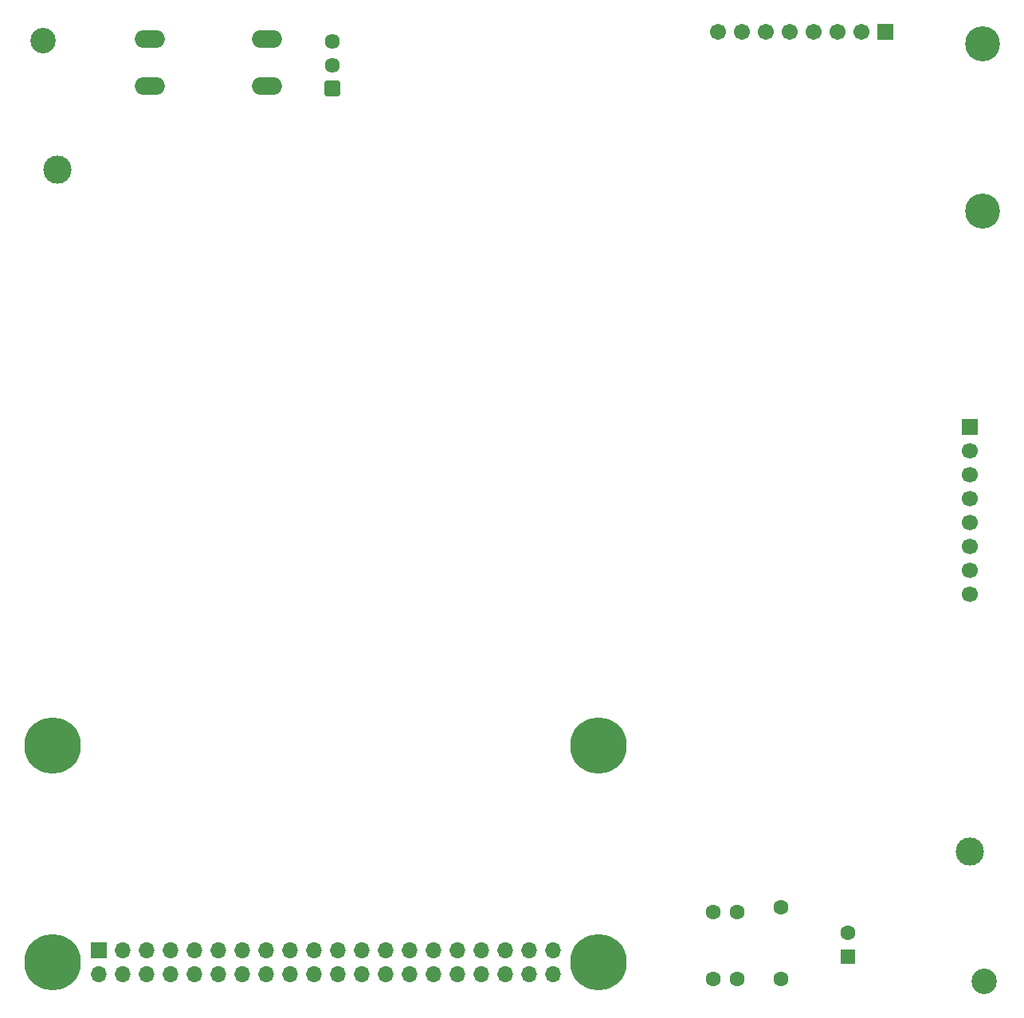
<source format=gbr>
%TF.GenerationSoftware,KiCad,Pcbnew,9.0.2*%
%TF.CreationDate,2025-06-25T13:35:58-04:00*%
%TF.ProjectId,PaperCam_Kicad,50617065-7243-4616-9d5f-4b696361642e,rev?*%
%TF.SameCoordinates,Original*%
%TF.FileFunction,Soldermask,Top*%
%TF.FilePolarity,Negative*%
%FSLAX46Y46*%
G04 Gerber Fmt 4.6, Leading zero omitted, Abs format (unit mm)*
G04 Created by KiCad (PCBNEW 9.0.2) date 2025-06-25 13:35:58*
%MOMM*%
%LPD*%
G01*
G04 APERTURE LIST*
G04 Aperture macros list*
%AMRoundRect*
0 Rectangle with rounded corners*
0 $1 Rounding radius*
0 $2 $3 $4 $5 $6 $7 $8 $9 X,Y pos of 4 corners*
0 Add a 4 corners polygon primitive as box body*
4,1,4,$2,$3,$4,$5,$6,$7,$8,$9,$2,$3,0*
0 Add four circle primitives for the rounded corners*
1,1,$1+$1,$2,$3*
1,1,$1+$1,$4,$5*
1,1,$1+$1,$6,$7*
1,1,$1+$1,$8,$9*
0 Add four rect primitives between the rounded corners*
20,1,$1+$1,$2,$3,$4,$5,0*
20,1,$1+$1,$4,$5,$6,$7,0*
20,1,$1+$1,$6,$7,$8,$9,0*
20,1,$1+$1,$8,$9,$2,$3,0*%
G04 Aperture macros list end*
%ADD10C,3.000000*%
%ADD11C,1.600000*%
%ADD12RoundRect,0.250000X0.550000X-0.550000X0.550000X0.550000X-0.550000X0.550000X-0.550000X-0.550000X0*%
%ADD13C,2.700000*%
%ADD14C,6.000000*%
%ADD15R,1.700000X1.700000*%
%ADD16O,1.700000X1.700000*%
%ADD17RoundRect,0.102000X0.754000X0.754000X-0.754000X0.754000X-0.754000X-0.754000X0.754000X-0.754000X0*%
%ADD18C,1.712000*%
%ADD19C,3.720000*%
%ADD20RoundRect,0.102000X0.704000X-0.704000X0.704000X0.704000X-0.704000X0.704000X-0.704000X-0.704000X0*%
%ADD21C,1.612000*%
%ADD22C,1.700000*%
%ADD23O,3.200000X1.900000*%
G04 APERTURE END LIST*
D10*
%TO.C,H4*%
X6502751Y-18739839D03*
%TD*%
%TO.C,H3*%
X103428148Y-91202021D03*
%TD*%
D11*
%TO.C,C1*%
X76200000Y-104775000D03*
X78700000Y-104775000D03*
%TD*%
D12*
%TO.C,C3*%
X90487500Y-102393750D03*
D11*
X90487500Y-99893750D03*
%TD*%
D13*
%TO.C,H1*%
X5000000Y-5000000D03*
%TD*%
D11*
%TO.C,R1*%
X83343750Y-97155000D03*
X83343750Y-104775000D03*
%TD*%
D13*
%TO.C,H2*%
X105000000Y-105000000D03*
%TD*%
D11*
%TO.C,C2*%
X76200000Y-97631250D03*
X78700000Y-97631250D03*
%TD*%
D14*
%TO.C,RaspberryPiGPIO1*%
X5993750Y-103012500D03*
X63993750Y-103012500D03*
X5993750Y-80012500D03*
X63993750Y-80012500D03*
D15*
X10863750Y-101742500D03*
D16*
X10863750Y-104282500D03*
X13403750Y-101742500D03*
X13403750Y-104282500D03*
X15943750Y-101742500D03*
X15943750Y-104282500D03*
X18483750Y-101742500D03*
X18483750Y-104282500D03*
X21023750Y-101742500D03*
X21023750Y-104282500D03*
X23563750Y-101742500D03*
X23563750Y-104282500D03*
X26103750Y-101742500D03*
X26103750Y-104282500D03*
X28643750Y-101742500D03*
X28643750Y-104282500D03*
X31183750Y-101742500D03*
X31183750Y-104282500D03*
X33723750Y-101742500D03*
X33723750Y-104282500D03*
X36263750Y-101742500D03*
X36263750Y-104282500D03*
X38803750Y-101742500D03*
X38803750Y-104282500D03*
X41343750Y-101742500D03*
X41343750Y-104282500D03*
X43883750Y-101742500D03*
X43883750Y-104282500D03*
X46423750Y-101742500D03*
X46423750Y-104282500D03*
X48963750Y-101742500D03*
X48963750Y-104282500D03*
X51503750Y-101742500D03*
X51503750Y-104282500D03*
X54043750Y-101742500D03*
X54043750Y-104282500D03*
X56583750Y-101742500D03*
X56583750Y-104282500D03*
X59123750Y-101742500D03*
X59123750Y-104282500D03*
%TD*%
D17*
%TO.C,U1*%
X94488000Y-4127500D03*
D18*
X91948000Y-4127500D03*
X89408000Y-4127500D03*
X86868000Y-4127500D03*
X84328000Y-4127500D03*
X81788000Y-4127500D03*
X79248000Y-4127500D03*
X76708000Y-4127500D03*
D19*
X104775000Y-5397500D03*
X104775000Y-23177500D03*
%TD*%
D20*
%TO.C,PowerSwitch1*%
X35694745Y-10142305D03*
D21*
X35694745Y-7642305D03*
X35694745Y-5142305D03*
%TD*%
D15*
%TO.C,Display1*%
X103460219Y-46071437D03*
D22*
X103460219Y-48611437D03*
X103460219Y-51151437D03*
X103460219Y-53691437D03*
X103460219Y-56231437D03*
X103460219Y-58771437D03*
X103460219Y-61311437D03*
X103460219Y-63851437D03*
%TD*%
D23*
%TO.C,CameraButton1*%
X28791828Y-4908870D03*
X16291828Y-4908870D03*
X28791828Y-9908870D03*
X16291828Y-9908870D03*
%TD*%
M02*

</source>
